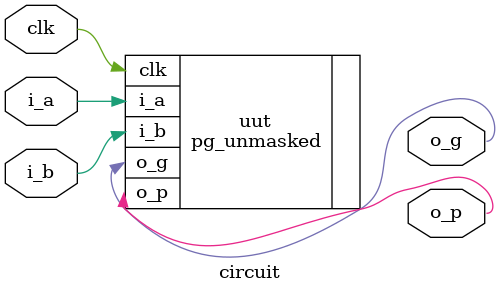
<source format=v>
module circuit (
  input  wire clk,
  input  wire i_a,
  input  wire i_b,
  output wire o_p,
  output wire o_g
);

  pg_unmasked uut (
    .clk(clk),
    .i_a(i_a),
    .i_b(i_b),
    .o_p(o_p),
    .o_g(o_g)
  );

endmodule

</source>
